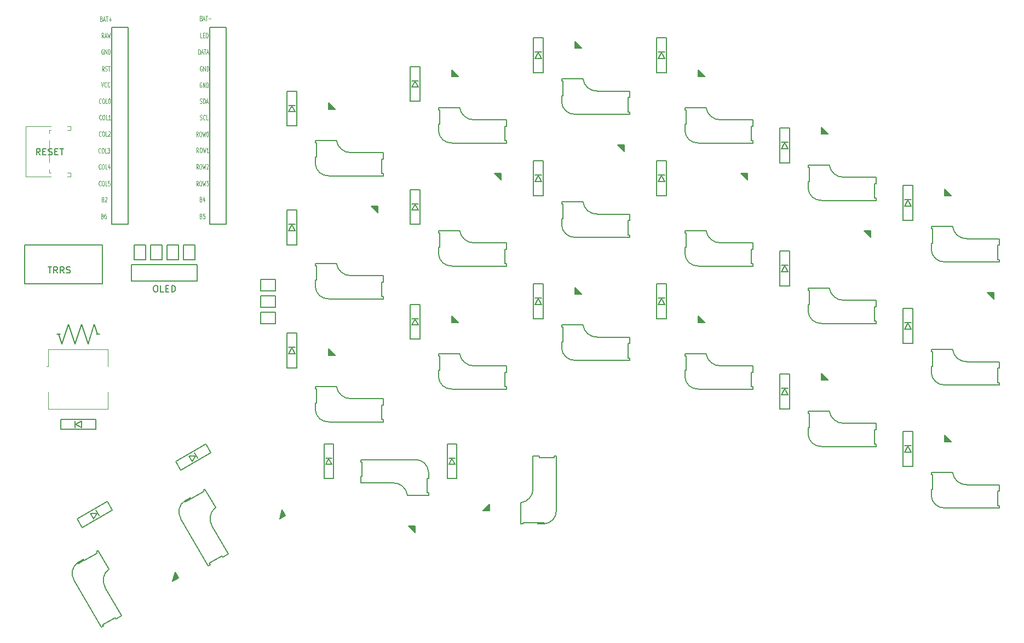
<source format=gto>
G04 #@! TF.GenerationSoftware,KiCad,Pcbnew,5.1.5+dfsg1-2build2*
G04 #@! TF.CreationDate,2020-12-13T18:08:21+09:00*
G04 #@! TF.ProjectId,silverbullet44,73696c76-6572-4627-956c-6c657434342e,rev?*
G04 #@! TF.SameCoordinates,Original*
G04 #@! TF.FileFunction,Legend,Top*
G04 #@! TF.FilePolarity,Positive*
%FSLAX46Y46*%
G04 Gerber Fmt 4.6, Leading zero omitted, Abs format (unit mm)*
G04 Created by KiCad (PCBNEW 5.1.5+dfsg1-2build2) date 2020-12-13 18:08:21*
%MOMM*%
%LPD*%
G04 APERTURE LIST*
%ADD10C,0.150000*%
%ADD11C,0.300000*%
%ADD12C,0.120000*%
%ADD13C,0.125000*%
G04 APERTURE END LIST*
D10*
X28575000Y-53975000D02*
X28575000Y-51435000D01*
X38735000Y-51435000D02*
X38735000Y-53975000D01*
X28575000Y-51435000D02*
X38735000Y-51435000D01*
X28575000Y-53975000D02*
X38735000Y-53975000D01*
X93880000Y-81125000D02*
X94230000Y-81125000D01*
X92330000Y-91625001D02*
G75*
G03X94230001Y-89525000I-100000J2000001D01*
G01*
X88751471Y-88341318D02*
G75*
G03X90630000Y-86125000I-291471J2151318D01*
G01*
X94230000Y-81125000D02*
X94230001Y-89525000D01*
X90630000Y-86125000D02*
X90630000Y-81125000D01*
X88730000Y-91625000D02*
X88730000Y-88345000D01*
X92330000Y-91625000D02*
X91330000Y-91625000D01*
X88730000Y-91625000D02*
X89090000Y-91625000D01*
X89090000Y-91425000D02*
X89090000Y-91625000D01*
X91330000Y-91395000D02*
X89090000Y-91395000D01*
X91330000Y-91625000D02*
X91330000Y-91425000D01*
X93880000Y-81325000D02*
X93880000Y-81125000D01*
X91630000Y-81345000D02*
X93880000Y-81345000D01*
X91630000Y-81125000D02*
X91630000Y-81325000D01*
X90630000Y-81125000D02*
X91630000Y-81125000D01*
D11*
X91430000Y-91524999D02*
X92329999Y-91525000D01*
D12*
X15829000Y-35645000D02*
X15829000Y-32245000D01*
X15829000Y-37285000D02*
X15829000Y-36745000D01*
X18659000Y-30085000D02*
X19169000Y-30085000D01*
X19169000Y-30605000D02*
X19169000Y-30085000D01*
X18659000Y-30605000D02*
X19169000Y-30605000D01*
X15829000Y-31145000D02*
X15829000Y-30605000D01*
X18659000Y-37805000D02*
X19169000Y-37805000D01*
X18659000Y-37285000D02*
X19169000Y-37285000D01*
X15829000Y-30605000D02*
X16059000Y-30605000D01*
X12159000Y-37805000D02*
X16059000Y-37805000D01*
X19169000Y-37805000D02*
X19169000Y-37285000D01*
X12159000Y-30085000D02*
X16059000Y-30085000D01*
X12159000Y-37805000D02*
X12159000Y-30085000D01*
X15829000Y-37285000D02*
X16059000Y-37285000D01*
D10*
G36*
X66675000Y-43434000D02*
G01*
X65659000Y-42418000D01*
X66675000Y-42418000D01*
X66675000Y-43434000D01*
G37*
X66675000Y-43434000D02*
X65659000Y-42418000D01*
X66675000Y-42418000D01*
X66675000Y-43434000D01*
G36*
X59055000Y-26416000D02*
G01*
X60071000Y-27432000D01*
X59055000Y-27432000D01*
X59055000Y-26416000D01*
G37*
X59055000Y-26416000D02*
X60071000Y-27432000D01*
X59055000Y-27432000D01*
X59055000Y-26416000D01*
G36*
X78105000Y-21336000D02*
G01*
X79121000Y-22352000D01*
X78105000Y-22352000D01*
X78105000Y-21336000D01*
G37*
X78105000Y-21336000D02*
X79121000Y-22352000D01*
X78105000Y-22352000D01*
X78105000Y-21336000D01*
G36*
X59055000Y-64516000D02*
G01*
X60071000Y-65532000D01*
X59055000Y-65532000D01*
X59055000Y-64516000D01*
G37*
X59055000Y-64516000D02*
X60071000Y-65532000D01*
X59055000Y-65532000D01*
X59055000Y-64516000D01*
G36*
X97155000Y-16891000D02*
G01*
X98171000Y-17907000D01*
X97155000Y-17907000D01*
X97155000Y-16891000D01*
G37*
X97155000Y-16891000D02*
X98171000Y-17907000D01*
X97155000Y-17907000D01*
X97155000Y-16891000D01*
G36*
X78105000Y-59436000D02*
G01*
X79121000Y-60452000D01*
X78105000Y-60452000D01*
X78105000Y-59436000D01*
G37*
X78105000Y-59436000D02*
X79121000Y-60452000D01*
X78105000Y-60452000D01*
X78105000Y-59436000D01*
G36*
X116205000Y-21336000D02*
G01*
X117221000Y-22352000D01*
X116205000Y-22352000D01*
X116205000Y-21336000D01*
G37*
X116205000Y-21336000D02*
X117221000Y-22352000D01*
X116205000Y-22352000D01*
X116205000Y-21336000D01*
G36*
X97155000Y-54991000D02*
G01*
X98171000Y-56007000D01*
X97155000Y-56007000D01*
X97155000Y-54991000D01*
G37*
X97155000Y-54991000D02*
X98171000Y-56007000D01*
X97155000Y-56007000D01*
X97155000Y-54991000D01*
G36*
X135255000Y-30226000D02*
G01*
X136271000Y-31242000D01*
X135255000Y-31242000D01*
X135255000Y-30226000D01*
G37*
X135255000Y-30226000D02*
X136271000Y-31242000D01*
X135255000Y-31242000D01*
X135255000Y-30226000D01*
G36*
X116205000Y-59436000D02*
G01*
X117221000Y-60452000D01*
X116205000Y-60452000D01*
X116205000Y-59436000D01*
G37*
X116205000Y-59436000D02*
X117221000Y-60452000D01*
X116205000Y-60452000D01*
X116205000Y-59436000D01*
G36*
X154305000Y-39751000D02*
G01*
X155321000Y-40767000D01*
X154305000Y-40767000D01*
X154305000Y-39751000D01*
G37*
X154305000Y-39751000D02*
X155321000Y-40767000D01*
X154305000Y-40767000D01*
X154305000Y-39751000D01*
G36*
X135255000Y-68326000D02*
G01*
X136271000Y-69342000D01*
X135255000Y-69342000D01*
X135255000Y-68326000D01*
G37*
X135255000Y-68326000D02*
X136271000Y-69342000D01*
X135255000Y-69342000D01*
X135255000Y-68326000D01*
G36*
X161925000Y-56769000D02*
G01*
X160909000Y-55753000D01*
X161925000Y-55753000D01*
X161925000Y-56769000D01*
G37*
X161925000Y-56769000D02*
X160909000Y-55753000D01*
X161925000Y-55753000D01*
X161925000Y-56769000D01*
G36*
X154305000Y-77851000D02*
G01*
X155321000Y-78867000D01*
X154305000Y-78867000D01*
X154305000Y-77851000D01*
G37*
X154305000Y-77851000D02*
X155321000Y-78867000D01*
X154305000Y-78867000D01*
X154305000Y-77851000D01*
G36*
X142875000Y-47244000D02*
G01*
X141859000Y-46228000D01*
X142875000Y-46228000D01*
X142875000Y-47244000D01*
G37*
X142875000Y-47244000D02*
X141859000Y-46228000D01*
X142875000Y-46228000D01*
X142875000Y-47244000D01*
G36*
X82931000Y-89535000D02*
G01*
X83947000Y-88519000D01*
X83947000Y-89535000D01*
X82931000Y-89535000D01*
G37*
X82931000Y-89535000D02*
X83947000Y-88519000D01*
X83947000Y-89535000D01*
X82931000Y-89535000D01*
G36*
X123825000Y-38354000D02*
G01*
X122809000Y-37338000D01*
X123825000Y-37338000D01*
X123825000Y-38354000D01*
G37*
X123825000Y-38354000D02*
X122809000Y-37338000D01*
X123825000Y-37338000D01*
X123825000Y-38354000D01*
G36*
X72390000Y-92964000D02*
G01*
X71374000Y-91948000D01*
X72390000Y-91948000D01*
X72390000Y-92964000D01*
G37*
X72390000Y-92964000D02*
X71374000Y-91948000D01*
X72390000Y-91948000D01*
X72390000Y-92964000D01*
G36*
X104775000Y-33909000D02*
G01*
X103759000Y-32893000D01*
X104775000Y-32893000D01*
X104775000Y-33909000D01*
G37*
X104775000Y-33909000D02*
X103759000Y-32893000D01*
X104775000Y-32893000D01*
X104775000Y-33909000D01*
G36*
X51460382Y-90802457D02*
G01*
X51832264Y-89414575D01*
X52340264Y-90294457D01*
X51460382Y-90802457D01*
G37*
X51460382Y-90802457D02*
X51832264Y-89414575D01*
X52340264Y-90294457D01*
X51460382Y-90802457D01*
G36*
X85725000Y-38354000D02*
G01*
X84709000Y-37338000D01*
X85725000Y-37338000D01*
X85725000Y-38354000D01*
G37*
X85725000Y-38354000D02*
X84709000Y-37338000D01*
X85725000Y-37338000D01*
X85725000Y-38354000D01*
G36*
X34915882Y-100454557D02*
G01*
X35287764Y-99066675D01*
X35795764Y-99946557D01*
X34915882Y-100454557D01*
G37*
X34915882Y-100454557D02*
X35287764Y-99066675D01*
X35795764Y-99946557D01*
X34915882Y-100454557D01*
X24192341Y-107438717D02*
X23889232Y-107613717D01*
X20284680Y-97570449D02*
G75*
G03X19689231Y-100339104I1086603J-1682052D01*
G01*
X25025619Y-98624938D02*
G75*
G03X24506924Y-101483590I1328080J-1717360D01*
G01*
X23889232Y-107613717D02*
X19689231Y-100339104D01*
X24506924Y-101483590D02*
X27006924Y-105813717D01*
X23402372Y-95770450D02*
X25042372Y-98611013D01*
X20284681Y-97570450D02*
X21150706Y-97070450D01*
X23402372Y-95770450D02*
X23090603Y-95950450D01*
X23190603Y-96123655D02*
X23090603Y-95950450D01*
X21265706Y-97269636D02*
X23205603Y-96149636D01*
X21150706Y-97070450D02*
X21250706Y-97243655D01*
X24092341Y-107265512D02*
X24192341Y-107438717D01*
X26030898Y-106123191D02*
X24082341Y-107248191D01*
X26140898Y-106313717D02*
X26040898Y-106140512D01*
X27006924Y-105813717D02*
X26140898Y-106313717D01*
D11*
X21114104Y-97207054D02*
X20334681Y-97657052D01*
D10*
X40702341Y-97913717D02*
X40399232Y-98088717D01*
X36794680Y-88045449D02*
G75*
G03X36199231Y-90814104I1086603J-1682052D01*
G01*
X41535619Y-89099938D02*
G75*
G03X41016924Y-91958590I1328080J-1717360D01*
G01*
X40399232Y-98088717D02*
X36199231Y-90814104D01*
X41016924Y-91958590D02*
X43516924Y-96288717D01*
X39912372Y-86245450D02*
X41552372Y-89086013D01*
X36794681Y-88045450D02*
X37660706Y-87545450D01*
X39912372Y-86245450D02*
X39600603Y-86425450D01*
X39700603Y-86598655D02*
X39600603Y-86425450D01*
X37775706Y-87744636D02*
X39715603Y-86624636D01*
X37660706Y-87545450D02*
X37760706Y-87718655D01*
X40602341Y-97740512D02*
X40702341Y-97913717D01*
X42540898Y-96598191D02*
X40592341Y-97723191D01*
X42650898Y-96788717D02*
X42550898Y-96615512D01*
X43516924Y-96288717D02*
X42650898Y-96788717D01*
D11*
X37624104Y-87682054D02*
X36844681Y-88132052D01*
D10*
X67465000Y-34115000D02*
X67465000Y-35115000D01*
X67465000Y-35115000D02*
X67265000Y-35115000D01*
X67245000Y-35115000D02*
X67245000Y-37365000D01*
X67265000Y-37365000D02*
X67465000Y-37365000D01*
X56965000Y-34815000D02*
X57165000Y-34815000D01*
X57195000Y-34815000D02*
X57195000Y-32575000D01*
X57165000Y-32575000D02*
X56965000Y-32575000D01*
X56965000Y-32215000D02*
X56965000Y-32575000D01*
X56965000Y-35815000D02*
X56965000Y-34815000D01*
X56965000Y-32215000D02*
X60245000Y-32215000D01*
X62465000Y-34115000D02*
X67465000Y-34115000D01*
X67465000Y-37715000D02*
X59065000Y-37715001D01*
X60248682Y-32236471D02*
G75*
G03X62465000Y-34115000I2151318J291471D01*
G01*
X56964999Y-35815000D02*
G75*
G03X59065000Y-37715001I2000001J100000D01*
G01*
X67465000Y-37365000D02*
X67465000Y-37715000D01*
X86515000Y-29035000D02*
X86515000Y-30035000D01*
X86515000Y-30035000D02*
X86315000Y-30035000D01*
X86295000Y-30035000D02*
X86295000Y-32285000D01*
X86315000Y-32285000D02*
X86515000Y-32285000D01*
X76015000Y-29735000D02*
X76215000Y-29735000D01*
X76245000Y-29735000D02*
X76245000Y-27495000D01*
X76215000Y-27495000D02*
X76015000Y-27495000D01*
X76015000Y-27135000D02*
X76015000Y-27495000D01*
X76015000Y-30735000D02*
X76015000Y-29735000D01*
X76015000Y-27135000D02*
X79295000Y-27135000D01*
X81515000Y-29035000D02*
X86515000Y-29035000D01*
X86515000Y-32635000D02*
X78115000Y-32635001D01*
X79298682Y-27156471D02*
G75*
G03X81515000Y-29035000I2151318J291471D01*
G01*
X76014999Y-30735000D02*
G75*
G03X78115000Y-32635001I2000001J100000D01*
G01*
X86515000Y-32285000D02*
X86515000Y-32635000D01*
X105565000Y-24590000D02*
X105565000Y-25590000D01*
X105565000Y-25590000D02*
X105365000Y-25590000D01*
X105345000Y-25590000D02*
X105345000Y-27840000D01*
X105365000Y-27840000D02*
X105565000Y-27840000D01*
X95065000Y-25290000D02*
X95265000Y-25290000D01*
X95295000Y-25290000D02*
X95295000Y-23050000D01*
X95265000Y-23050000D02*
X95065000Y-23050000D01*
X95065000Y-22690000D02*
X95065000Y-23050000D01*
X95065000Y-26290000D02*
X95065000Y-25290000D01*
X95065000Y-22690000D02*
X98345000Y-22690000D01*
X100565000Y-24590000D02*
X105565000Y-24590000D01*
X105565000Y-28190000D02*
X97165000Y-28190001D01*
X98348682Y-22711471D02*
G75*
G03X100565000Y-24590000I2151318J291471D01*
G01*
X95064999Y-26290000D02*
G75*
G03X97165000Y-28190001I2000001J100000D01*
G01*
X105565000Y-27840000D02*
X105565000Y-28190000D01*
X124615000Y-29035000D02*
X124615000Y-30035000D01*
X124615000Y-30035000D02*
X124415000Y-30035000D01*
X124395000Y-30035000D02*
X124395000Y-32285000D01*
X124415000Y-32285000D02*
X124615000Y-32285000D01*
X114115000Y-29735000D02*
X114315000Y-29735000D01*
X114345000Y-29735000D02*
X114345000Y-27495000D01*
X114315000Y-27495000D02*
X114115000Y-27495000D01*
X114115000Y-27135000D02*
X114115000Y-27495000D01*
X114115000Y-30735000D02*
X114115000Y-29735000D01*
X114115000Y-27135000D02*
X117395000Y-27135000D01*
X119615000Y-29035000D02*
X124615000Y-29035000D01*
X124615000Y-32635000D02*
X116215000Y-32635001D01*
X117398682Y-27156471D02*
G75*
G03X119615000Y-29035000I2151318J291471D01*
G01*
X114114999Y-30735000D02*
G75*
G03X116215000Y-32635001I2000001J100000D01*
G01*
X124615000Y-32285000D02*
X124615000Y-32635000D01*
X143665000Y-37925000D02*
X143665000Y-38925000D01*
X143665000Y-38925000D02*
X143465000Y-38925000D01*
X143445000Y-38925000D02*
X143445000Y-41175000D01*
X143465000Y-41175000D02*
X143665000Y-41175000D01*
X133165000Y-38625000D02*
X133365000Y-38625000D01*
X133395000Y-38625000D02*
X133395000Y-36385000D01*
X133365000Y-36385000D02*
X133165000Y-36385000D01*
X133165000Y-36025000D02*
X133165000Y-36385000D01*
X133165000Y-39625000D02*
X133165000Y-38625000D01*
X133165000Y-36025000D02*
X136445000Y-36025000D01*
X138665000Y-37925000D02*
X143665000Y-37925000D01*
X143665000Y-41525000D02*
X135265000Y-41525001D01*
X136448682Y-36046471D02*
G75*
G03X138665000Y-37925000I2151318J291471D01*
G01*
X133164999Y-39625000D02*
G75*
G03X135265000Y-41525001I2000001J100000D01*
G01*
X143665000Y-41175000D02*
X143665000Y-41525000D01*
X162715000Y-47450000D02*
X162715000Y-48450000D01*
X162715000Y-48450000D02*
X162515000Y-48450000D01*
X162495000Y-48450000D02*
X162495000Y-50700000D01*
X162515000Y-50700000D02*
X162715000Y-50700000D01*
X152215000Y-48150000D02*
X152415000Y-48150000D01*
X152445000Y-48150000D02*
X152445000Y-45910000D01*
X152415000Y-45910000D02*
X152215000Y-45910000D01*
X152215000Y-45550000D02*
X152215000Y-45910000D01*
X152215000Y-49150000D02*
X152215000Y-48150000D01*
X152215000Y-45550000D02*
X155495000Y-45550000D01*
X157715000Y-47450000D02*
X162715000Y-47450000D01*
X162715000Y-51050000D02*
X154315000Y-51050001D01*
X155498682Y-45571471D02*
G75*
G03X157715000Y-47450000I2151318J291471D01*
G01*
X152214999Y-49150000D02*
G75*
G03X154315000Y-51050001I2000001J100000D01*
G01*
X162715000Y-50700000D02*
X162715000Y-51050000D01*
X67465000Y-53165000D02*
X67465000Y-54165000D01*
X67465000Y-54165000D02*
X67265000Y-54165000D01*
X67245000Y-54165000D02*
X67245000Y-56415000D01*
X67265000Y-56415000D02*
X67465000Y-56415000D01*
X56965000Y-53865000D02*
X57165000Y-53865000D01*
X57195000Y-53865000D02*
X57195000Y-51625000D01*
X57165000Y-51625000D02*
X56965000Y-51625000D01*
X56965000Y-51265000D02*
X56965000Y-51625000D01*
X56965000Y-54865000D02*
X56965000Y-53865000D01*
X56965000Y-51265000D02*
X60245000Y-51265000D01*
X62465000Y-53165000D02*
X67465000Y-53165000D01*
X67465000Y-56765000D02*
X59065000Y-56765001D01*
X60248682Y-51286471D02*
G75*
G03X62465000Y-53165000I2151318J291471D01*
G01*
X56964999Y-54865000D02*
G75*
G03X59065000Y-56765001I2000001J100000D01*
G01*
X67465000Y-56415000D02*
X67465000Y-56765000D01*
X86515000Y-48085000D02*
X86515000Y-49085000D01*
X86515000Y-49085000D02*
X86315000Y-49085000D01*
X86295000Y-49085000D02*
X86295000Y-51335000D01*
X86315000Y-51335000D02*
X86515000Y-51335000D01*
X76015000Y-48785000D02*
X76215000Y-48785000D01*
X76245000Y-48785000D02*
X76245000Y-46545000D01*
X76215000Y-46545000D02*
X76015000Y-46545000D01*
X76015000Y-46185000D02*
X76015000Y-46545000D01*
X76015000Y-49785000D02*
X76015000Y-48785000D01*
X76015000Y-46185000D02*
X79295000Y-46185000D01*
X81515000Y-48085000D02*
X86515000Y-48085000D01*
X86515000Y-51685000D02*
X78115000Y-51685001D01*
X79298682Y-46206471D02*
G75*
G03X81515000Y-48085000I2151318J291471D01*
G01*
X76014999Y-49785000D02*
G75*
G03X78115000Y-51685001I2000001J100000D01*
G01*
X86515000Y-51335000D02*
X86515000Y-51685000D01*
X105565000Y-43640000D02*
X105565000Y-44640000D01*
X105565000Y-44640000D02*
X105365000Y-44640000D01*
X105345000Y-44640000D02*
X105345000Y-46890000D01*
X105365000Y-46890000D02*
X105565000Y-46890000D01*
X95065000Y-44340000D02*
X95265000Y-44340000D01*
X95295000Y-44340000D02*
X95295000Y-42100000D01*
X95265000Y-42100000D02*
X95065000Y-42100000D01*
X95065000Y-41740000D02*
X95065000Y-42100000D01*
X95065000Y-45340000D02*
X95065000Y-44340000D01*
X95065000Y-41740000D02*
X98345000Y-41740000D01*
X100565000Y-43640000D02*
X105565000Y-43640000D01*
X105565000Y-47240000D02*
X97165000Y-47240001D01*
X98348682Y-41761471D02*
G75*
G03X100565000Y-43640000I2151318J291471D01*
G01*
X95064999Y-45340000D02*
G75*
G03X97165000Y-47240001I2000001J100000D01*
G01*
X105565000Y-46890000D02*
X105565000Y-47240000D01*
X124615000Y-48085000D02*
X124615000Y-49085000D01*
X124615000Y-49085000D02*
X124415000Y-49085000D01*
X124395000Y-49085000D02*
X124395000Y-51335000D01*
X124415000Y-51335000D02*
X124615000Y-51335000D01*
X114115000Y-48785000D02*
X114315000Y-48785000D01*
X114345000Y-48785000D02*
X114345000Y-46545000D01*
X114315000Y-46545000D02*
X114115000Y-46545000D01*
X114115000Y-46185000D02*
X114115000Y-46545000D01*
X114115000Y-49785000D02*
X114115000Y-48785000D01*
X114115000Y-46185000D02*
X117395000Y-46185000D01*
X119615000Y-48085000D02*
X124615000Y-48085000D01*
X124615000Y-51685000D02*
X116215000Y-51685001D01*
X117398682Y-46206471D02*
G75*
G03X119615000Y-48085000I2151318J291471D01*
G01*
X114114999Y-49785000D02*
G75*
G03X116215000Y-51685001I2000001J100000D01*
G01*
X124615000Y-51335000D02*
X124615000Y-51685000D01*
X143665000Y-56975000D02*
X143665000Y-57975000D01*
X143665000Y-57975000D02*
X143465000Y-57975000D01*
X143445000Y-57975000D02*
X143445000Y-60225000D01*
X143465000Y-60225000D02*
X143665000Y-60225000D01*
X133165000Y-57675000D02*
X133365000Y-57675000D01*
X133395000Y-57675000D02*
X133395000Y-55435000D01*
X133365000Y-55435000D02*
X133165000Y-55435000D01*
X133165000Y-55075000D02*
X133165000Y-55435000D01*
X133165000Y-58675000D02*
X133165000Y-57675000D01*
X133165000Y-55075000D02*
X136445000Y-55075000D01*
X138665000Y-56975000D02*
X143665000Y-56975000D01*
X143665000Y-60575000D02*
X135265000Y-60575001D01*
X136448682Y-55096471D02*
G75*
G03X138665000Y-56975000I2151318J291471D01*
G01*
X133164999Y-58675000D02*
G75*
G03X135265000Y-60575001I2000001J100000D01*
G01*
X143665000Y-60225000D02*
X143665000Y-60575000D01*
X162715000Y-66500000D02*
X162715000Y-67500000D01*
X162715000Y-67500000D02*
X162515000Y-67500000D01*
X162495000Y-67500000D02*
X162495000Y-69750000D01*
X162515000Y-69750000D02*
X162715000Y-69750000D01*
X152215000Y-67200000D02*
X152415000Y-67200000D01*
X152445000Y-67200000D02*
X152445000Y-64960000D01*
X152415000Y-64960000D02*
X152215000Y-64960000D01*
X152215000Y-64600000D02*
X152215000Y-64960000D01*
X152215000Y-68200000D02*
X152215000Y-67200000D01*
X152215000Y-64600000D02*
X155495000Y-64600000D01*
X157715000Y-66500000D02*
X162715000Y-66500000D01*
X162715000Y-70100000D02*
X154315000Y-70100001D01*
X155498682Y-64621471D02*
G75*
G03X157715000Y-66500000I2151318J291471D01*
G01*
X152214999Y-68200000D02*
G75*
G03X154315000Y-70100001I2000001J100000D01*
G01*
X162715000Y-69750000D02*
X162715000Y-70100000D01*
X67465000Y-72215000D02*
X67465000Y-73215000D01*
X67465000Y-73215000D02*
X67265000Y-73215000D01*
X67245000Y-73215000D02*
X67245000Y-75465000D01*
X67265000Y-75465000D02*
X67465000Y-75465000D01*
X56965000Y-72915000D02*
X57165000Y-72915000D01*
X57195000Y-72915000D02*
X57195000Y-70675000D01*
X57165000Y-70675000D02*
X56965000Y-70675000D01*
X56965000Y-70315000D02*
X56965000Y-70675000D01*
X56965000Y-73915000D02*
X56965000Y-72915000D01*
X56965000Y-70315000D02*
X60245000Y-70315000D01*
X62465000Y-72215000D02*
X67465000Y-72215000D01*
X67465000Y-75815000D02*
X59065000Y-75815001D01*
X60248682Y-70336471D02*
G75*
G03X62465000Y-72215000I2151318J291471D01*
G01*
X56964999Y-73915000D02*
G75*
G03X59065000Y-75815001I2000001J100000D01*
G01*
X67465000Y-75465000D02*
X67465000Y-75815000D01*
X86515000Y-67135000D02*
X86515000Y-68135000D01*
X86515000Y-68135000D02*
X86315000Y-68135000D01*
X86295000Y-68135000D02*
X86295000Y-70385000D01*
X86315000Y-70385000D02*
X86515000Y-70385000D01*
X76015000Y-67835000D02*
X76215000Y-67835000D01*
X76245000Y-67835000D02*
X76245000Y-65595000D01*
X76215000Y-65595000D02*
X76015000Y-65595000D01*
X76015000Y-65235000D02*
X76015000Y-65595000D01*
X76015000Y-68835000D02*
X76015000Y-67835000D01*
X76015000Y-65235000D02*
X79295000Y-65235000D01*
X81515000Y-67135000D02*
X86515000Y-67135000D01*
X86515000Y-70735000D02*
X78115000Y-70735001D01*
X79298682Y-65256471D02*
G75*
G03X81515000Y-67135000I2151318J291471D01*
G01*
X76014999Y-68835000D02*
G75*
G03X78115000Y-70735001I2000001J100000D01*
G01*
X86515000Y-70385000D02*
X86515000Y-70735000D01*
X105565000Y-62690000D02*
X105565000Y-63690000D01*
X105565000Y-63690000D02*
X105365000Y-63690000D01*
X105345000Y-63690000D02*
X105345000Y-65940000D01*
X105365000Y-65940000D02*
X105565000Y-65940000D01*
X95065000Y-63390000D02*
X95265000Y-63390000D01*
X95295000Y-63390000D02*
X95295000Y-61150000D01*
X95265000Y-61150000D02*
X95065000Y-61150000D01*
X95065000Y-60790000D02*
X95065000Y-61150000D01*
X95065000Y-64390000D02*
X95065000Y-63390000D01*
X95065000Y-60790000D02*
X98345000Y-60790000D01*
X100565000Y-62690000D02*
X105565000Y-62690000D01*
X105565000Y-66290000D02*
X97165000Y-66290001D01*
X98348682Y-60811471D02*
G75*
G03X100565000Y-62690000I2151318J291471D01*
G01*
X95064999Y-64390000D02*
G75*
G03X97165000Y-66290001I2000001J100000D01*
G01*
X105565000Y-65940000D02*
X105565000Y-66290000D01*
X124615000Y-67135000D02*
X124615000Y-68135000D01*
X124615000Y-68135000D02*
X124415000Y-68135000D01*
X124395000Y-68135000D02*
X124395000Y-70385000D01*
X124415000Y-70385000D02*
X124615000Y-70385000D01*
X114115000Y-67835000D02*
X114315000Y-67835000D01*
X114345000Y-67835000D02*
X114345000Y-65595000D01*
X114315000Y-65595000D02*
X114115000Y-65595000D01*
X114115000Y-65235000D02*
X114115000Y-65595000D01*
X114115000Y-68835000D02*
X114115000Y-67835000D01*
X114115000Y-65235000D02*
X117395000Y-65235000D01*
X119615000Y-67135000D02*
X124615000Y-67135000D01*
X124615000Y-70735000D02*
X116215000Y-70735001D01*
X117398682Y-65256471D02*
G75*
G03X119615000Y-67135000I2151318J291471D01*
G01*
X114114999Y-68835000D02*
G75*
G03X116215000Y-70735001I2000001J100000D01*
G01*
X124615000Y-70385000D02*
X124615000Y-70735000D01*
X143665000Y-76025000D02*
X143665000Y-77025000D01*
X143665000Y-77025000D02*
X143465000Y-77025000D01*
X143445000Y-77025000D02*
X143445000Y-79275000D01*
X143465000Y-79275000D02*
X143665000Y-79275000D01*
X133165000Y-76725000D02*
X133365000Y-76725000D01*
X133395000Y-76725000D02*
X133395000Y-74485000D01*
X133365000Y-74485000D02*
X133165000Y-74485000D01*
X133165000Y-74125000D02*
X133165000Y-74485000D01*
X133165000Y-77725000D02*
X133165000Y-76725000D01*
X133165000Y-74125000D02*
X136445000Y-74125000D01*
X138665000Y-76025000D02*
X143665000Y-76025000D01*
X143665000Y-79625000D02*
X135265000Y-79625001D01*
X136448682Y-74146471D02*
G75*
G03X138665000Y-76025000I2151318J291471D01*
G01*
X133164999Y-77725000D02*
G75*
G03X135265000Y-79625001I2000001J100000D01*
G01*
X143665000Y-79275000D02*
X143665000Y-79625000D01*
X162715000Y-85550000D02*
X162715000Y-86550000D01*
X162715000Y-86550000D02*
X162515000Y-86550000D01*
X162495000Y-86550000D02*
X162495000Y-88800000D01*
X162515000Y-88800000D02*
X162715000Y-88800000D01*
X152215000Y-86250000D02*
X152415000Y-86250000D01*
X152445000Y-86250000D02*
X152445000Y-84010000D01*
X152415000Y-84010000D02*
X152215000Y-84010000D01*
X152215000Y-83650000D02*
X152215000Y-84010000D01*
X152215000Y-87250000D02*
X152215000Y-86250000D01*
X152215000Y-83650000D02*
X155495000Y-83650000D01*
X157715000Y-85550000D02*
X162715000Y-85550000D01*
X162715000Y-89150000D02*
X154315000Y-89150001D01*
X155498682Y-83671471D02*
G75*
G03X157715000Y-85550000I2151318J291471D01*
G01*
X152214999Y-87250000D02*
G75*
G03X154315000Y-89150001I2000001J100000D01*
G01*
X162715000Y-88800000D02*
X162715000Y-89150000D01*
X63980000Y-85265000D02*
X63980000Y-84265000D01*
X63980000Y-84265000D02*
X64180000Y-84265000D01*
X64200000Y-84265000D02*
X64200000Y-82015000D01*
X64180000Y-82015000D02*
X63980000Y-82015000D01*
X74480000Y-84565000D02*
X74280000Y-84565000D01*
X74250000Y-84565000D02*
X74250000Y-86805000D01*
X74280000Y-86805000D02*
X74480000Y-86805000D01*
X74480000Y-87165000D02*
X74480000Y-86805000D01*
X74480000Y-83565000D02*
X74480000Y-84565000D01*
X74480000Y-87165000D02*
X71200000Y-87165000D01*
X68980000Y-85265000D02*
X63980000Y-85265000D01*
X63980000Y-81665000D02*
X72380000Y-81664999D01*
X71196318Y-87143529D02*
G75*
G03X68980000Y-85265000I-2151318J-291471D01*
G01*
X74480001Y-83565000D02*
G75*
G03X72380000Y-81664999I-2000001J-100000D01*
G01*
X63980000Y-82015000D02*
X63980000Y-81665000D01*
X17320000Y-62230000D02*
X17820000Y-63730000D01*
X22820000Y-60730000D02*
X23320000Y-62230000D01*
X18820000Y-60730000D02*
X17820000Y-63730000D01*
X18820000Y-60730000D02*
X19820000Y-63730000D01*
X20820000Y-60730000D02*
X21820000Y-63730000D01*
X20820000Y-60730000D02*
X19820000Y-63730000D01*
X17526000Y-62230000D02*
X17018000Y-62230000D01*
X23622000Y-62230000D02*
X23114000Y-62230000D01*
X22820000Y-60730000D02*
X21820000Y-63730000D01*
X50807600Y-53721000D02*
X50807600Y-55499000D01*
X48521600Y-53721000D02*
X50807600Y-53721000D01*
X48521600Y-55499000D02*
X48521600Y-53721000D01*
X50807600Y-55499000D02*
X48521600Y-55499000D01*
X50807600Y-60579000D02*
X48521600Y-60579000D01*
X48521600Y-60579000D02*
X48521600Y-58801000D01*
X48521600Y-58801000D02*
X50807600Y-58801000D01*
X50807600Y-58801000D02*
X50807600Y-60579000D01*
X50807600Y-58039000D02*
X48521600Y-58039000D01*
X48521600Y-58039000D02*
X48521600Y-56261000D01*
X48521600Y-56261000D02*
X50807600Y-56261000D01*
X50807600Y-56261000D02*
X50807600Y-58039000D01*
D12*
X15710000Y-67255000D02*
X15710000Y-64605000D01*
X15710000Y-64605000D02*
X24930000Y-64605000D01*
X24930000Y-64605000D02*
X24930000Y-67255000D01*
X24930000Y-71175000D02*
X24930000Y-73825000D01*
X24930000Y-73825000D02*
X15710000Y-73825000D01*
X15710000Y-73825000D02*
X15710000Y-71175000D01*
X15710000Y-67255000D02*
X15380000Y-67255000D01*
D10*
X52590000Y-24605000D02*
X52590000Y-30005000D01*
X54090000Y-30005000D02*
X54090000Y-24605000D01*
X54090000Y-24605000D02*
X52590000Y-24605000D01*
X54090000Y-30005000D02*
X52590000Y-30005000D01*
X53840000Y-27805000D02*
X52840000Y-27805000D01*
X52840000Y-27805000D02*
X53340000Y-26905000D01*
X53340000Y-26905000D02*
X53840000Y-27805000D01*
X53840000Y-26805000D02*
X52840000Y-26805000D01*
X71640000Y-20795000D02*
X71640000Y-26195000D01*
X73140000Y-26195000D02*
X73140000Y-20795000D01*
X73140000Y-20795000D02*
X71640000Y-20795000D01*
X73140000Y-26195000D02*
X71640000Y-26195000D01*
X72890000Y-23995000D02*
X71890000Y-23995000D01*
X71890000Y-23995000D02*
X72390000Y-23095000D01*
X72390000Y-23095000D02*
X72890000Y-23995000D01*
X72890000Y-22995000D02*
X71890000Y-22995000D01*
X90690000Y-16350000D02*
X90690000Y-21750000D01*
X92190000Y-21750000D02*
X92190000Y-16350000D01*
X92190000Y-16350000D02*
X90690000Y-16350000D01*
X92190000Y-21750000D02*
X90690000Y-21750000D01*
X91940000Y-19550000D02*
X90940000Y-19550000D01*
X90940000Y-19550000D02*
X91440000Y-18650000D01*
X91440000Y-18650000D02*
X91940000Y-19550000D01*
X91940000Y-18550000D02*
X90940000Y-18550000D01*
X110990000Y-18550000D02*
X109990000Y-18550000D01*
X110490000Y-18650000D02*
X110990000Y-19550000D01*
X109990000Y-19550000D02*
X110490000Y-18650000D01*
X110990000Y-19550000D02*
X109990000Y-19550000D01*
X111240000Y-21750000D02*
X109740000Y-21750000D01*
X111240000Y-16350000D02*
X109740000Y-16350000D01*
X111240000Y-21750000D02*
X111240000Y-16350000D01*
X109740000Y-16350000D02*
X109740000Y-21750000D01*
X130040000Y-32520000D02*
X129040000Y-32520000D01*
X129540000Y-32620000D02*
X130040000Y-33520000D01*
X129040000Y-33520000D02*
X129540000Y-32620000D01*
X130040000Y-33520000D02*
X129040000Y-33520000D01*
X130290000Y-35720000D02*
X128790000Y-35720000D01*
X130290000Y-30320000D02*
X128790000Y-30320000D01*
X130290000Y-35720000D02*
X130290000Y-30320000D01*
X128790000Y-30320000D02*
X128790000Y-35720000D01*
X147840000Y-39210000D02*
X147840000Y-44610000D01*
X149340000Y-44610000D02*
X149340000Y-39210000D01*
X149340000Y-39210000D02*
X147840000Y-39210000D01*
X149340000Y-44610000D02*
X147840000Y-44610000D01*
X149090000Y-42410000D02*
X148090000Y-42410000D01*
X148090000Y-42410000D02*
X148590000Y-41510000D01*
X148590000Y-41510000D02*
X149090000Y-42410000D01*
X149090000Y-41410000D02*
X148090000Y-41410000D01*
X52590000Y-43020000D02*
X52590000Y-48420000D01*
X54090000Y-48420000D02*
X54090000Y-43020000D01*
X54090000Y-43020000D02*
X52590000Y-43020000D01*
X54090000Y-48420000D02*
X52590000Y-48420000D01*
X53840000Y-46220000D02*
X52840000Y-46220000D01*
X52840000Y-46220000D02*
X53340000Y-45320000D01*
X53340000Y-45320000D02*
X53840000Y-46220000D01*
X53840000Y-45220000D02*
X52840000Y-45220000D01*
X71640000Y-39845000D02*
X71640000Y-45245000D01*
X73140000Y-45245000D02*
X73140000Y-39845000D01*
X73140000Y-39845000D02*
X71640000Y-39845000D01*
X73140000Y-45245000D02*
X71640000Y-45245000D01*
X72890000Y-43045000D02*
X71890000Y-43045000D01*
X71890000Y-43045000D02*
X72390000Y-42145000D01*
X72390000Y-42145000D02*
X72890000Y-43045000D01*
X72890000Y-42045000D02*
X71890000Y-42045000D01*
X90690000Y-35400000D02*
X90690000Y-40800000D01*
X92190000Y-40800000D02*
X92190000Y-35400000D01*
X92190000Y-35400000D02*
X90690000Y-35400000D01*
X92190000Y-40800000D02*
X90690000Y-40800000D01*
X91940000Y-38600000D02*
X90940000Y-38600000D01*
X90940000Y-38600000D02*
X91440000Y-37700000D01*
X91440000Y-37700000D02*
X91940000Y-38600000D01*
X91940000Y-37600000D02*
X90940000Y-37600000D01*
X110990000Y-37600000D02*
X109990000Y-37600000D01*
X110490000Y-37700000D02*
X110990000Y-38600000D01*
X109990000Y-38600000D02*
X110490000Y-37700000D01*
X110990000Y-38600000D02*
X109990000Y-38600000D01*
X111240000Y-40800000D02*
X109740000Y-40800000D01*
X111240000Y-35400000D02*
X109740000Y-35400000D01*
X111240000Y-40800000D02*
X111240000Y-35400000D01*
X109740000Y-35400000D02*
X109740000Y-40800000D01*
X130040000Y-51570000D02*
X129040000Y-51570000D01*
X129540000Y-51670000D02*
X130040000Y-52570000D01*
X129040000Y-52570000D02*
X129540000Y-51670000D01*
X130040000Y-52570000D02*
X129040000Y-52570000D01*
X130290000Y-54770000D02*
X128790000Y-54770000D01*
X130290000Y-49370000D02*
X128790000Y-49370000D01*
X130290000Y-54770000D02*
X130290000Y-49370000D01*
X128790000Y-49370000D02*
X128790000Y-54770000D01*
X149090000Y-60460000D02*
X148090000Y-60460000D01*
X148590000Y-60560000D02*
X149090000Y-61460000D01*
X148090000Y-61460000D02*
X148590000Y-60560000D01*
X149090000Y-61460000D02*
X148090000Y-61460000D01*
X149340000Y-63660000D02*
X147840000Y-63660000D01*
X149340000Y-58260000D02*
X147840000Y-58260000D01*
X149340000Y-63660000D02*
X149340000Y-58260000D01*
X147840000Y-58260000D02*
X147840000Y-63660000D01*
X52590000Y-62070000D02*
X52590000Y-67470000D01*
X54090000Y-67470000D02*
X54090000Y-62070000D01*
X54090000Y-62070000D02*
X52590000Y-62070000D01*
X54090000Y-67470000D02*
X52590000Y-67470000D01*
X53840000Y-65270000D02*
X52840000Y-65270000D01*
X52840000Y-65270000D02*
X53340000Y-64370000D01*
X53340000Y-64370000D02*
X53840000Y-65270000D01*
X53840000Y-64270000D02*
X52840000Y-64270000D01*
X71640000Y-57625000D02*
X71640000Y-63025000D01*
X73140000Y-63025000D02*
X73140000Y-57625000D01*
X73140000Y-57625000D02*
X71640000Y-57625000D01*
X73140000Y-63025000D02*
X71640000Y-63025000D01*
X72890000Y-60825000D02*
X71890000Y-60825000D01*
X71890000Y-60825000D02*
X72390000Y-59925000D01*
X72390000Y-59925000D02*
X72890000Y-60825000D01*
X72890000Y-59825000D02*
X71890000Y-59825000D01*
X90690000Y-54450000D02*
X90690000Y-59850000D01*
X92190000Y-59850000D02*
X92190000Y-54450000D01*
X92190000Y-54450000D02*
X90690000Y-54450000D01*
X92190000Y-59850000D02*
X90690000Y-59850000D01*
X91940000Y-57650000D02*
X90940000Y-57650000D01*
X90940000Y-57650000D02*
X91440000Y-56750000D01*
X91440000Y-56750000D02*
X91940000Y-57650000D01*
X91940000Y-56650000D02*
X90940000Y-56650000D01*
X110990000Y-56650000D02*
X109990000Y-56650000D01*
X110490000Y-56750000D02*
X110990000Y-57650000D01*
X109990000Y-57650000D02*
X110490000Y-56750000D01*
X110990000Y-57650000D02*
X109990000Y-57650000D01*
X111240000Y-59850000D02*
X109740000Y-59850000D01*
X111240000Y-54450000D02*
X109740000Y-54450000D01*
X111240000Y-59850000D02*
X111240000Y-54450000D01*
X109740000Y-54450000D02*
X109740000Y-59850000D01*
X130040000Y-70620000D02*
X129040000Y-70620000D01*
X129540000Y-70720000D02*
X130040000Y-71620000D01*
X129040000Y-71620000D02*
X129540000Y-70720000D01*
X130040000Y-71620000D02*
X129040000Y-71620000D01*
X130290000Y-73820000D02*
X128790000Y-73820000D01*
X130290000Y-68420000D02*
X128790000Y-68420000D01*
X130290000Y-73820000D02*
X130290000Y-68420000D01*
X128790000Y-68420000D02*
X128790000Y-73820000D01*
X149090000Y-79510000D02*
X148090000Y-79510000D01*
X148590000Y-79610000D02*
X149090000Y-80510000D01*
X148090000Y-80510000D02*
X148590000Y-79610000D01*
X149090000Y-80510000D02*
X148090000Y-80510000D01*
X149340000Y-82710000D02*
X147840000Y-82710000D01*
X149340000Y-77310000D02*
X147840000Y-77310000D01*
X149340000Y-82710000D02*
X149340000Y-77310000D01*
X147840000Y-77310000D02*
X147840000Y-82710000D01*
X24823269Y-88170481D02*
X20146731Y-90870481D01*
X20896731Y-92169519D02*
X25573269Y-89469519D01*
X25573269Y-89469519D02*
X24823269Y-88170481D01*
X20896731Y-92169519D02*
X20146731Y-90870481D01*
X22676987Y-90853013D02*
X22176987Y-89986987D01*
X22176987Y-89986987D02*
X23206410Y-89970000D01*
X23206410Y-89970000D02*
X22676987Y-90853013D01*
X23543013Y-90353013D02*
X23043013Y-89486987D01*
X40063269Y-79280481D02*
X35386731Y-81980481D01*
X36136731Y-83279519D02*
X40813269Y-80579519D01*
X40813269Y-80579519D02*
X40063269Y-79280481D01*
X36136731Y-83279519D02*
X35386731Y-81980481D01*
X37916987Y-81963013D02*
X37416987Y-81096987D01*
X37416987Y-81096987D02*
X38446410Y-81080000D01*
X38446410Y-81080000D02*
X37916987Y-81963013D01*
X38783013Y-81463013D02*
X38283013Y-80596987D01*
X59555000Y-81415000D02*
X58555000Y-81415000D01*
X59055000Y-81515000D02*
X59555000Y-82415000D01*
X58555000Y-82415000D02*
X59055000Y-81515000D01*
X59555000Y-82415000D02*
X58555000Y-82415000D01*
X59805000Y-84615000D02*
X58305000Y-84615000D01*
X59805000Y-79215000D02*
X58305000Y-79215000D01*
X59805000Y-84615000D02*
X59805000Y-79215000D01*
X58305000Y-79215000D02*
X58305000Y-84615000D01*
X78605000Y-81415000D02*
X77605000Y-81415000D01*
X78105000Y-81515000D02*
X78605000Y-82415000D01*
X77605000Y-82415000D02*
X78105000Y-81515000D01*
X78605000Y-82415000D02*
X77605000Y-82415000D01*
X78855000Y-84615000D02*
X77355000Y-84615000D01*
X78855000Y-79215000D02*
X77355000Y-79215000D01*
X78855000Y-84615000D02*
X78855000Y-79215000D01*
X77355000Y-79215000D02*
X77355000Y-84615000D01*
X19820000Y-75700000D02*
X19820000Y-76700000D01*
X19920000Y-76200000D02*
X20820000Y-75700000D01*
X20820000Y-76700000D02*
X19920000Y-76200000D01*
X20820000Y-75700000D02*
X20820000Y-76700000D01*
X23020000Y-75450000D02*
X23020000Y-76950000D01*
X17620000Y-75450000D02*
X17620000Y-76950000D01*
X23020000Y-75450000D02*
X17620000Y-75450000D01*
X17620000Y-76950000D02*
X23020000Y-76950000D01*
X24065000Y-54435000D02*
X12065000Y-54435000D01*
X24065000Y-48435000D02*
X24065000Y-54435000D01*
X12065000Y-48435000D02*
X24065000Y-48435000D01*
X12065000Y-54435000D02*
X12065000Y-48435000D01*
X25456400Y-14732000D02*
X27996400Y-14732000D01*
X27996400Y-14732000D02*
X27996400Y-45212000D01*
X27996400Y-45212000D02*
X25456400Y-45212000D01*
X25456400Y-45212000D02*
X25456400Y-14732000D01*
X40676400Y-14732000D02*
X43216400Y-14732000D01*
X43216400Y-14732000D02*
X43216400Y-45212000D01*
X43216400Y-45212000D02*
X40676400Y-45212000D01*
X40676400Y-45212000D02*
X40676400Y-14732000D01*
X38354000Y-50673000D02*
X36576000Y-50673000D01*
X38354000Y-48387000D02*
X38354000Y-50673000D01*
X36576000Y-48387000D02*
X38354000Y-48387000D01*
X36576000Y-50673000D02*
X36576000Y-48387000D01*
X34036000Y-50673000D02*
X34036000Y-48387000D01*
X34036000Y-48387000D02*
X35814000Y-48387000D01*
X35814000Y-48387000D02*
X35814000Y-50673000D01*
X35814000Y-50673000D02*
X34036000Y-50673000D01*
X31496000Y-50673000D02*
X31496000Y-48387000D01*
X31496000Y-48387000D02*
X33274000Y-48387000D01*
X33274000Y-48387000D02*
X33274000Y-50673000D01*
X33274000Y-50673000D02*
X31496000Y-50673000D01*
X30734000Y-50673000D02*
X28956000Y-50673000D01*
X30734000Y-48387000D02*
X30734000Y-50673000D01*
X28956000Y-48387000D02*
X30734000Y-48387000D01*
X28956000Y-50673000D02*
X28956000Y-48387000D01*
X32192619Y-54697380D02*
X32383095Y-54697380D01*
X32478333Y-54745000D01*
X32573571Y-54840238D01*
X32621190Y-55030714D01*
X32621190Y-55364047D01*
X32573571Y-55554523D01*
X32478333Y-55649761D01*
X32383095Y-55697380D01*
X32192619Y-55697380D01*
X32097380Y-55649761D01*
X32002142Y-55554523D01*
X31954523Y-55364047D01*
X31954523Y-55030714D01*
X32002142Y-54840238D01*
X32097380Y-54745000D01*
X32192619Y-54697380D01*
X33525952Y-55697380D02*
X33049761Y-55697380D01*
X33049761Y-54697380D01*
X33859285Y-55173571D02*
X34192619Y-55173571D01*
X34335476Y-55697380D02*
X33859285Y-55697380D01*
X33859285Y-54697380D01*
X34335476Y-54697380D01*
X34764047Y-55697380D02*
X34764047Y-54697380D01*
X35002142Y-54697380D01*
X35145000Y-54745000D01*
X35240238Y-54840238D01*
X35287857Y-54935476D01*
X35335476Y-55125952D01*
X35335476Y-55268809D01*
X35287857Y-55459285D01*
X35240238Y-55554523D01*
X35145000Y-55649761D01*
X35002142Y-55697380D01*
X34764047Y-55697380D01*
X14422619Y-34488380D02*
X14089285Y-34012190D01*
X13851190Y-34488380D02*
X13851190Y-33488380D01*
X14232142Y-33488380D01*
X14327380Y-33536000D01*
X14375000Y-33583619D01*
X14422619Y-33678857D01*
X14422619Y-33821714D01*
X14375000Y-33916952D01*
X14327380Y-33964571D01*
X14232142Y-34012190D01*
X13851190Y-34012190D01*
X14851190Y-33964571D02*
X15184523Y-33964571D01*
X15327380Y-34488380D02*
X14851190Y-34488380D01*
X14851190Y-33488380D01*
X15327380Y-33488380D01*
X15708333Y-34440761D02*
X15851190Y-34488380D01*
X16089285Y-34488380D01*
X16184523Y-34440761D01*
X16232142Y-34393142D01*
X16279761Y-34297904D01*
X16279761Y-34202666D01*
X16232142Y-34107428D01*
X16184523Y-34059809D01*
X16089285Y-34012190D01*
X15898809Y-33964571D01*
X15803571Y-33916952D01*
X15755952Y-33869333D01*
X15708333Y-33774095D01*
X15708333Y-33678857D01*
X15755952Y-33583619D01*
X15803571Y-33536000D01*
X15898809Y-33488380D01*
X16136904Y-33488380D01*
X16279761Y-33536000D01*
X16708333Y-33964571D02*
X17041666Y-33964571D01*
X17184523Y-34488380D02*
X16708333Y-34488380D01*
X16708333Y-33488380D01*
X17184523Y-33488380D01*
X17470238Y-33488380D02*
X18041666Y-33488380D01*
X17755952Y-34488380D02*
X17755952Y-33488380D01*
X15637095Y-51776380D02*
X16208523Y-51776380D01*
X15922809Y-52776380D02*
X15922809Y-51776380D01*
X17113285Y-52776380D02*
X16779952Y-52300190D01*
X16541857Y-52776380D02*
X16541857Y-51776380D01*
X16922809Y-51776380D01*
X17018047Y-51824000D01*
X17065666Y-51871619D01*
X17113285Y-51966857D01*
X17113285Y-52109714D01*
X17065666Y-52204952D01*
X17018047Y-52252571D01*
X16922809Y-52300190D01*
X16541857Y-52300190D01*
X18113285Y-52776380D02*
X17779952Y-52300190D01*
X17541857Y-52776380D02*
X17541857Y-51776380D01*
X17922809Y-51776380D01*
X18018047Y-51824000D01*
X18065666Y-51871619D01*
X18113285Y-51966857D01*
X18113285Y-52109714D01*
X18065666Y-52204952D01*
X18018047Y-52252571D01*
X17922809Y-52300190D01*
X17541857Y-52300190D01*
X18494238Y-52728761D02*
X18637095Y-52776380D01*
X18875190Y-52776380D01*
X18970428Y-52728761D01*
X19018047Y-52681142D01*
X19065666Y-52585904D01*
X19065666Y-52490666D01*
X19018047Y-52395428D01*
X18970428Y-52347809D01*
X18875190Y-52300190D01*
X18684714Y-52252571D01*
X18589476Y-52204952D01*
X18541857Y-52157333D01*
X18494238Y-52062095D01*
X18494238Y-51966857D01*
X18541857Y-51871619D01*
X18589476Y-51824000D01*
X18684714Y-51776380D01*
X18922809Y-51776380D01*
X19065666Y-51824000D01*
D13*
X23895928Y-13408428D02*
X23967357Y-13444142D01*
X23991166Y-13479857D01*
X24014976Y-13551285D01*
X24014976Y-13658428D01*
X23991166Y-13729857D01*
X23967357Y-13765571D01*
X23919738Y-13801285D01*
X23729261Y-13801285D01*
X23729261Y-13051285D01*
X23895928Y-13051285D01*
X23943547Y-13087000D01*
X23967357Y-13122714D01*
X23991166Y-13194142D01*
X23991166Y-13265571D01*
X23967357Y-13337000D01*
X23943547Y-13372714D01*
X23895928Y-13408428D01*
X23729261Y-13408428D01*
X24205452Y-13587000D02*
X24443547Y-13587000D01*
X24157833Y-13801285D02*
X24324500Y-13051285D01*
X24491166Y-13801285D01*
X24586404Y-13051285D02*
X24872119Y-13051285D01*
X24729261Y-13801285D02*
X24729261Y-13051285D01*
X25038785Y-13515571D02*
X25419738Y-13515571D01*
X25229261Y-13801285D02*
X25229261Y-13229857D01*
X24229261Y-16341285D02*
X24062595Y-15984142D01*
X23943547Y-16341285D02*
X23943547Y-15591285D01*
X24134023Y-15591285D01*
X24181642Y-15627000D01*
X24205452Y-15662714D01*
X24229261Y-15734142D01*
X24229261Y-15841285D01*
X24205452Y-15912714D01*
X24181642Y-15948428D01*
X24134023Y-15984142D01*
X23943547Y-15984142D01*
X24419738Y-16127000D02*
X24657833Y-16127000D01*
X24372119Y-16341285D02*
X24538785Y-15591285D01*
X24705452Y-16341285D01*
X24824500Y-15591285D02*
X24943547Y-16341285D01*
X25038785Y-15805571D01*
X25134023Y-16341285D01*
X25253071Y-15591285D01*
X39468571Y-16341285D02*
X39230476Y-16341285D01*
X39230476Y-15591285D01*
X39635238Y-15948428D02*
X39801904Y-15948428D01*
X39873333Y-16341285D02*
X39635238Y-16341285D01*
X39635238Y-15591285D01*
X39873333Y-15591285D01*
X40087619Y-16341285D02*
X40087619Y-15591285D01*
X40206666Y-15591285D01*
X40278095Y-15627000D01*
X40325714Y-15698428D01*
X40349523Y-15769857D01*
X40373333Y-15912714D01*
X40373333Y-16019857D01*
X40349523Y-16162714D01*
X40325714Y-16234142D01*
X40278095Y-16305571D01*
X40206666Y-16341285D01*
X40087619Y-16341285D01*
X24193547Y-18167000D02*
X24145928Y-18131285D01*
X24074500Y-18131285D01*
X24003071Y-18167000D01*
X23955452Y-18238428D01*
X23931642Y-18309857D01*
X23907833Y-18452714D01*
X23907833Y-18559857D01*
X23931642Y-18702714D01*
X23955452Y-18774142D01*
X24003071Y-18845571D01*
X24074500Y-18881285D01*
X24122119Y-18881285D01*
X24193547Y-18845571D01*
X24217357Y-18809857D01*
X24217357Y-18559857D01*
X24122119Y-18559857D01*
X24431642Y-18881285D02*
X24431642Y-18131285D01*
X24717357Y-18881285D01*
X24717357Y-18131285D01*
X24955452Y-18881285D02*
X24955452Y-18131285D01*
X25074500Y-18131285D01*
X25145928Y-18167000D01*
X25193547Y-18238428D01*
X25217357Y-18309857D01*
X25241166Y-18452714D01*
X25241166Y-18559857D01*
X25217357Y-18702714D01*
X25193547Y-18774142D01*
X25145928Y-18845571D01*
X25074500Y-18881285D01*
X24955452Y-18881285D01*
X38890000Y-18869285D02*
X38890000Y-18119285D01*
X39009047Y-18119285D01*
X39080476Y-18155000D01*
X39128095Y-18226428D01*
X39151904Y-18297857D01*
X39175714Y-18440714D01*
X39175714Y-18547857D01*
X39151904Y-18690714D01*
X39128095Y-18762142D01*
X39080476Y-18833571D01*
X39009047Y-18869285D01*
X38890000Y-18869285D01*
X39366190Y-18655000D02*
X39604285Y-18655000D01*
X39318571Y-18869285D02*
X39485238Y-18119285D01*
X39651904Y-18869285D01*
X39747142Y-18119285D02*
X40032857Y-18119285D01*
X39890000Y-18869285D02*
X39890000Y-18119285D01*
X40175714Y-18655000D02*
X40413809Y-18655000D01*
X40128095Y-18869285D02*
X40294761Y-18119285D01*
X40461428Y-18869285D01*
X24300690Y-21484785D02*
X24134023Y-21127642D01*
X24014976Y-21484785D02*
X24014976Y-20734785D01*
X24205452Y-20734785D01*
X24253071Y-20770500D01*
X24276880Y-20806214D01*
X24300690Y-20877642D01*
X24300690Y-20984785D01*
X24276880Y-21056214D01*
X24253071Y-21091928D01*
X24205452Y-21127642D01*
X24014976Y-21127642D01*
X24491166Y-21449071D02*
X24562595Y-21484785D01*
X24681642Y-21484785D01*
X24729261Y-21449071D01*
X24753071Y-21413357D01*
X24776880Y-21341928D01*
X24776880Y-21270500D01*
X24753071Y-21199071D01*
X24729261Y-21163357D01*
X24681642Y-21127642D01*
X24586404Y-21091928D01*
X24538785Y-21056214D01*
X24514976Y-21020500D01*
X24491166Y-20949071D01*
X24491166Y-20877642D01*
X24514976Y-20806214D01*
X24538785Y-20770500D01*
X24586404Y-20734785D01*
X24705452Y-20734785D01*
X24776880Y-20770500D01*
X24919738Y-20734785D02*
X25205452Y-20734785D01*
X25062595Y-21484785D02*
X25062595Y-20734785D01*
X39433547Y-20770500D02*
X39385928Y-20734785D01*
X39314500Y-20734785D01*
X39243071Y-20770500D01*
X39195452Y-20841928D01*
X39171642Y-20913357D01*
X39147833Y-21056214D01*
X39147833Y-21163357D01*
X39171642Y-21306214D01*
X39195452Y-21377642D01*
X39243071Y-21449071D01*
X39314500Y-21484785D01*
X39362119Y-21484785D01*
X39433547Y-21449071D01*
X39457357Y-21413357D01*
X39457357Y-21163357D01*
X39362119Y-21163357D01*
X39671642Y-21484785D02*
X39671642Y-20734785D01*
X39957357Y-21484785D01*
X39957357Y-20734785D01*
X40195452Y-21484785D02*
X40195452Y-20734785D01*
X40314500Y-20734785D01*
X40385928Y-20770500D01*
X40433547Y-20841928D01*
X40457357Y-20913357D01*
X40481166Y-21056214D01*
X40481166Y-21163357D01*
X40457357Y-21306214D01*
X40433547Y-21377642D01*
X40385928Y-21449071D01*
X40314500Y-21484785D01*
X40195452Y-21484785D01*
X23907833Y-23211285D02*
X24074500Y-23961285D01*
X24241166Y-23211285D01*
X24693547Y-23889857D02*
X24669738Y-23925571D01*
X24598309Y-23961285D01*
X24550690Y-23961285D01*
X24479261Y-23925571D01*
X24431642Y-23854142D01*
X24407833Y-23782714D01*
X24384023Y-23639857D01*
X24384023Y-23532714D01*
X24407833Y-23389857D01*
X24431642Y-23318428D01*
X24479261Y-23247000D01*
X24550690Y-23211285D01*
X24598309Y-23211285D01*
X24669738Y-23247000D01*
X24693547Y-23282714D01*
X25193547Y-23889857D02*
X25169738Y-23925571D01*
X25098309Y-23961285D01*
X25050690Y-23961285D01*
X24979261Y-23925571D01*
X24931642Y-23854142D01*
X24907833Y-23782714D01*
X24884023Y-23639857D01*
X24884023Y-23532714D01*
X24907833Y-23389857D01*
X24931642Y-23318428D01*
X24979261Y-23247000D01*
X25050690Y-23211285D01*
X25098309Y-23211285D01*
X25169738Y-23247000D01*
X25193547Y-23282714D01*
X39370047Y-23310500D02*
X39322428Y-23274785D01*
X39251000Y-23274785D01*
X39179571Y-23310500D01*
X39131952Y-23381928D01*
X39108142Y-23453357D01*
X39084333Y-23596214D01*
X39084333Y-23703357D01*
X39108142Y-23846214D01*
X39131952Y-23917642D01*
X39179571Y-23989071D01*
X39251000Y-24024785D01*
X39298619Y-24024785D01*
X39370047Y-23989071D01*
X39393857Y-23953357D01*
X39393857Y-23703357D01*
X39298619Y-23703357D01*
X39608142Y-24024785D02*
X39608142Y-23274785D01*
X39893857Y-24024785D01*
X39893857Y-23274785D01*
X40131952Y-24024785D02*
X40131952Y-23274785D01*
X40251000Y-23274785D01*
X40322428Y-23310500D01*
X40370047Y-23381928D01*
X40393857Y-23453357D01*
X40417666Y-23596214D01*
X40417666Y-23703357D01*
X40393857Y-23846214D01*
X40370047Y-23917642D01*
X40322428Y-23989071D01*
X40251000Y-24024785D01*
X40131952Y-24024785D01*
X23742380Y-34097857D02*
X23718571Y-34133571D01*
X23647142Y-34169285D01*
X23599523Y-34169285D01*
X23528095Y-34133571D01*
X23480476Y-34062142D01*
X23456666Y-33990714D01*
X23432857Y-33847857D01*
X23432857Y-33740714D01*
X23456666Y-33597857D01*
X23480476Y-33526428D01*
X23528095Y-33455000D01*
X23599523Y-33419285D01*
X23647142Y-33419285D01*
X23718571Y-33455000D01*
X23742380Y-33490714D01*
X24051904Y-33419285D02*
X24147142Y-33419285D01*
X24194761Y-33455000D01*
X24242380Y-33526428D01*
X24266190Y-33669285D01*
X24266190Y-33919285D01*
X24242380Y-34062142D01*
X24194761Y-34133571D01*
X24147142Y-34169285D01*
X24051904Y-34169285D01*
X24004285Y-34133571D01*
X23956666Y-34062142D01*
X23932857Y-33919285D01*
X23932857Y-33669285D01*
X23956666Y-33526428D01*
X24004285Y-33455000D01*
X24051904Y-33419285D01*
X24718571Y-34169285D02*
X24480476Y-34169285D01*
X24480476Y-33419285D01*
X24837619Y-33419285D02*
X25147142Y-33419285D01*
X24980476Y-33705000D01*
X25051904Y-33705000D01*
X25099523Y-33740714D01*
X25123333Y-33776428D01*
X25147142Y-33847857D01*
X25147142Y-34026428D01*
X25123333Y-34097857D01*
X25099523Y-34133571D01*
X25051904Y-34169285D01*
X24909047Y-34169285D01*
X24861428Y-34133571D01*
X24837619Y-34097857D01*
X38859047Y-31619285D02*
X38692380Y-31262142D01*
X38573333Y-31619285D02*
X38573333Y-30869285D01*
X38763809Y-30869285D01*
X38811428Y-30905000D01*
X38835238Y-30940714D01*
X38859047Y-31012142D01*
X38859047Y-31119285D01*
X38835238Y-31190714D01*
X38811428Y-31226428D01*
X38763809Y-31262142D01*
X38573333Y-31262142D01*
X39168571Y-30869285D02*
X39263809Y-30869285D01*
X39311428Y-30905000D01*
X39359047Y-30976428D01*
X39382857Y-31119285D01*
X39382857Y-31369285D01*
X39359047Y-31512142D01*
X39311428Y-31583571D01*
X39263809Y-31619285D01*
X39168571Y-31619285D01*
X39120952Y-31583571D01*
X39073333Y-31512142D01*
X39049523Y-31369285D01*
X39049523Y-31119285D01*
X39073333Y-30976428D01*
X39120952Y-30905000D01*
X39168571Y-30869285D01*
X39549523Y-30869285D02*
X39668571Y-31619285D01*
X39763809Y-31083571D01*
X39859047Y-31619285D01*
X39978095Y-30869285D01*
X40263809Y-30869285D02*
X40311428Y-30869285D01*
X40359047Y-30905000D01*
X40382857Y-30940714D01*
X40406666Y-31012142D01*
X40430476Y-31155000D01*
X40430476Y-31333571D01*
X40406666Y-31476428D01*
X40382857Y-31547857D01*
X40359047Y-31583571D01*
X40311428Y-31619285D01*
X40263809Y-31619285D01*
X40216190Y-31583571D01*
X40192380Y-31547857D01*
X40168571Y-31476428D01*
X40144761Y-31333571D01*
X40144761Y-31155000D01*
X40168571Y-31012142D01*
X40192380Y-30940714D01*
X40216190Y-30905000D01*
X40263809Y-30869285D01*
X23842380Y-31509857D02*
X23818571Y-31545571D01*
X23747142Y-31581285D01*
X23699523Y-31581285D01*
X23628095Y-31545571D01*
X23580476Y-31474142D01*
X23556666Y-31402714D01*
X23532857Y-31259857D01*
X23532857Y-31152714D01*
X23556666Y-31009857D01*
X23580476Y-30938428D01*
X23628095Y-30867000D01*
X23699523Y-30831285D01*
X23747142Y-30831285D01*
X23818571Y-30867000D01*
X23842380Y-30902714D01*
X24151904Y-30831285D02*
X24247142Y-30831285D01*
X24294761Y-30867000D01*
X24342380Y-30938428D01*
X24366190Y-31081285D01*
X24366190Y-31331285D01*
X24342380Y-31474142D01*
X24294761Y-31545571D01*
X24247142Y-31581285D01*
X24151904Y-31581285D01*
X24104285Y-31545571D01*
X24056666Y-31474142D01*
X24032857Y-31331285D01*
X24032857Y-31081285D01*
X24056666Y-30938428D01*
X24104285Y-30867000D01*
X24151904Y-30831285D01*
X24818571Y-31581285D02*
X24580476Y-31581285D01*
X24580476Y-30831285D01*
X24961428Y-30902714D02*
X24985238Y-30867000D01*
X25032857Y-30831285D01*
X25151904Y-30831285D01*
X25199523Y-30867000D01*
X25223333Y-30902714D01*
X25247142Y-30974142D01*
X25247142Y-31045571D01*
X25223333Y-31152714D01*
X24937619Y-31581285D01*
X25247142Y-31581285D01*
X39155761Y-29005571D02*
X39227190Y-29041285D01*
X39346238Y-29041285D01*
X39393857Y-29005571D01*
X39417666Y-28969857D01*
X39441476Y-28898428D01*
X39441476Y-28827000D01*
X39417666Y-28755571D01*
X39393857Y-28719857D01*
X39346238Y-28684142D01*
X39251000Y-28648428D01*
X39203380Y-28612714D01*
X39179571Y-28577000D01*
X39155761Y-28505571D01*
X39155761Y-28434142D01*
X39179571Y-28362714D01*
X39203380Y-28327000D01*
X39251000Y-28291285D01*
X39370047Y-28291285D01*
X39441476Y-28327000D01*
X39941476Y-28969857D02*
X39917666Y-29005571D01*
X39846238Y-29041285D01*
X39798619Y-29041285D01*
X39727190Y-29005571D01*
X39679571Y-28934142D01*
X39655761Y-28862714D01*
X39631952Y-28719857D01*
X39631952Y-28612714D01*
X39655761Y-28469857D01*
X39679571Y-28398428D01*
X39727190Y-28327000D01*
X39798619Y-28291285D01*
X39846238Y-28291285D01*
X39917666Y-28327000D01*
X39941476Y-28362714D01*
X40393857Y-29041285D02*
X40155761Y-29041285D01*
X40155761Y-28291285D01*
X23892380Y-28969857D02*
X23868571Y-29005571D01*
X23797142Y-29041285D01*
X23749523Y-29041285D01*
X23678095Y-29005571D01*
X23630476Y-28934142D01*
X23606666Y-28862714D01*
X23582857Y-28719857D01*
X23582857Y-28612714D01*
X23606666Y-28469857D01*
X23630476Y-28398428D01*
X23678095Y-28327000D01*
X23749523Y-28291285D01*
X23797142Y-28291285D01*
X23868571Y-28327000D01*
X23892380Y-28362714D01*
X24201904Y-28291285D02*
X24297142Y-28291285D01*
X24344761Y-28327000D01*
X24392380Y-28398428D01*
X24416190Y-28541285D01*
X24416190Y-28791285D01*
X24392380Y-28934142D01*
X24344761Y-29005571D01*
X24297142Y-29041285D01*
X24201904Y-29041285D01*
X24154285Y-29005571D01*
X24106666Y-28934142D01*
X24082857Y-28791285D01*
X24082857Y-28541285D01*
X24106666Y-28398428D01*
X24154285Y-28327000D01*
X24201904Y-28291285D01*
X24868571Y-29041285D02*
X24630476Y-29041285D01*
X24630476Y-28291285D01*
X25297142Y-29041285D02*
X25011428Y-29041285D01*
X25154285Y-29041285D02*
X25154285Y-28291285D01*
X25106666Y-28398428D01*
X25059047Y-28469857D01*
X25011428Y-28505571D01*
X39143857Y-26465571D02*
X39215285Y-26501285D01*
X39334333Y-26501285D01*
X39381952Y-26465571D01*
X39405761Y-26429857D01*
X39429571Y-26358428D01*
X39429571Y-26287000D01*
X39405761Y-26215571D01*
X39381952Y-26179857D01*
X39334333Y-26144142D01*
X39239095Y-26108428D01*
X39191476Y-26072714D01*
X39167666Y-26037000D01*
X39143857Y-25965571D01*
X39143857Y-25894142D01*
X39167666Y-25822714D01*
X39191476Y-25787000D01*
X39239095Y-25751285D01*
X39358142Y-25751285D01*
X39429571Y-25787000D01*
X39643857Y-26501285D02*
X39643857Y-25751285D01*
X39762904Y-25751285D01*
X39834333Y-25787000D01*
X39881952Y-25858428D01*
X39905761Y-25929857D01*
X39929571Y-26072714D01*
X39929571Y-26179857D01*
X39905761Y-26322714D01*
X39881952Y-26394142D01*
X39834333Y-26465571D01*
X39762904Y-26501285D01*
X39643857Y-26501285D01*
X40120047Y-26287000D02*
X40358142Y-26287000D01*
X40072428Y-26501285D02*
X40239095Y-25751285D01*
X40405761Y-26501285D01*
X23842380Y-26447857D02*
X23818571Y-26483571D01*
X23747142Y-26519285D01*
X23699523Y-26519285D01*
X23628095Y-26483571D01*
X23580476Y-26412142D01*
X23556666Y-26340714D01*
X23532857Y-26197857D01*
X23532857Y-26090714D01*
X23556666Y-25947857D01*
X23580476Y-25876428D01*
X23628095Y-25805000D01*
X23699523Y-25769285D01*
X23747142Y-25769285D01*
X23818571Y-25805000D01*
X23842380Y-25840714D01*
X24151904Y-25769285D02*
X24247142Y-25769285D01*
X24294761Y-25805000D01*
X24342380Y-25876428D01*
X24366190Y-26019285D01*
X24366190Y-26269285D01*
X24342380Y-26412142D01*
X24294761Y-26483571D01*
X24247142Y-26519285D01*
X24151904Y-26519285D01*
X24104285Y-26483571D01*
X24056666Y-26412142D01*
X24032857Y-26269285D01*
X24032857Y-26019285D01*
X24056666Y-25876428D01*
X24104285Y-25805000D01*
X24151904Y-25769285D01*
X24818571Y-26519285D02*
X24580476Y-26519285D01*
X24580476Y-25769285D01*
X25080476Y-25769285D02*
X25128095Y-25769285D01*
X25175714Y-25805000D01*
X25199523Y-25840714D01*
X25223333Y-25912142D01*
X25247142Y-26055000D01*
X25247142Y-26233571D01*
X25223333Y-26376428D01*
X25199523Y-26447857D01*
X25175714Y-26483571D01*
X25128095Y-26519285D01*
X25080476Y-26519285D01*
X25032857Y-26483571D01*
X25009047Y-26447857D01*
X24985238Y-26376428D01*
X24961428Y-26233571D01*
X24961428Y-26055000D01*
X24985238Y-25912142D01*
X25009047Y-25840714D01*
X25032857Y-25805000D01*
X25080476Y-25769285D01*
X24037619Y-43926428D02*
X24109047Y-43962142D01*
X24132857Y-43997857D01*
X24156666Y-44069285D01*
X24156666Y-44176428D01*
X24132857Y-44247857D01*
X24109047Y-44283571D01*
X24061428Y-44319285D01*
X23870952Y-44319285D01*
X23870952Y-43569285D01*
X24037619Y-43569285D01*
X24085238Y-43605000D01*
X24109047Y-43640714D01*
X24132857Y-43712142D01*
X24132857Y-43783571D01*
X24109047Y-43855000D01*
X24085238Y-43890714D01*
X24037619Y-43926428D01*
X23870952Y-43926428D01*
X24585238Y-43569285D02*
X24490000Y-43569285D01*
X24442380Y-43605000D01*
X24418571Y-43640714D01*
X24370952Y-43747857D01*
X24347142Y-43890714D01*
X24347142Y-44176428D01*
X24370952Y-44247857D01*
X24394761Y-44283571D01*
X24442380Y-44319285D01*
X24537619Y-44319285D01*
X24585238Y-44283571D01*
X24609047Y-44247857D01*
X24632857Y-44176428D01*
X24632857Y-43997857D01*
X24609047Y-43926428D01*
X24585238Y-43890714D01*
X24537619Y-43855000D01*
X24442380Y-43855000D01*
X24394761Y-43890714D01*
X24370952Y-43926428D01*
X24347142Y-43997857D01*
X39287619Y-43951928D02*
X39359047Y-43987642D01*
X39382857Y-44023357D01*
X39406666Y-44094785D01*
X39406666Y-44201928D01*
X39382857Y-44273357D01*
X39359047Y-44309071D01*
X39311428Y-44344785D01*
X39120952Y-44344785D01*
X39120952Y-43594785D01*
X39287619Y-43594785D01*
X39335238Y-43630500D01*
X39359047Y-43666214D01*
X39382857Y-43737642D01*
X39382857Y-43809071D01*
X39359047Y-43880500D01*
X39335238Y-43916214D01*
X39287619Y-43951928D01*
X39120952Y-43951928D01*
X39859047Y-43594785D02*
X39620952Y-43594785D01*
X39597142Y-43951928D01*
X39620952Y-43916214D01*
X39668571Y-43880500D01*
X39787619Y-43880500D01*
X39835238Y-43916214D01*
X39859047Y-43951928D01*
X39882857Y-44023357D01*
X39882857Y-44201928D01*
X39859047Y-44273357D01*
X39835238Y-44309071D01*
X39787619Y-44344785D01*
X39668571Y-44344785D01*
X39620952Y-44309071D01*
X39597142Y-44273357D01*
X39287619Y-41348428D02*
X39359047Y-41384142D01*
X39382857Y-41419857D01*
X39406666Y-41491285D01*
X39406666Y-41598428D01*
X39382857Y-41669857D01*
X39359047Y-41705571D01*
X39311428Y-41741285D01*
X39120952Y-41741285D01*
X39120952Y-40991285D01*
X39287619Y-40991285D01*
X39335238Y-41027000D01*
X39359047Y-41062714D01*
X39382857Y-41134142D01*
X39382857Y-41205571D01*
X39359047Y-41277000D01*
X39335238Y-41312714D01*
X39287619Y-41348428D01*
X39120952Y-41348428D01*
X39835238Y-41241285D02*
X39835238Y-41741285D01*
X39716190Y-40955571D02*
X39597142Y-41491285D01*
X39906666Y-41491285D01*
X24137619Y-41376428D02*
X24209047Y-41412142D01*
X24232857Y-41447857D01*
X24256666Y-41519285D01*
X24256666Y-41626428D01*
X24232857Y-41697857D01*
X24209047Y-41733571D01*
X24161428Y-41769285D01*
X23970952Y-41769285D01*
X23970952Y-41019285D01*
X24137619Y-41019285D01*
X24185238Y-41055000D01*
X24209047Y-41090714D01*
X24232857Y-41162142D01*
X24232857Y-41233571D01*
X24209047Y-41305000D01*
X24185238Y-41340714D01*
X24137619Y-41376428D01*
X23970952Y-41376428D01*
X24447142Y-41090714D02*
X24470952Y-41055000D01*
X24518571Y-41019285D01*
X24637619Y-41019285D01*
X24685238Y-41055000D01*
X24709047Y-41090714D01*
X24732857Y-41162142D01*
X24732857Y-41233571D01*
X24709047Y-41340714D01*
X24423333Y-41769285D01*
X24732857Y-41769285D01*
X38859047Y-39264785D02*
X38692380Y-38907642D01*
X38573333Y-39264785D02*
X38573333Y-38514785D01*
X38763809Y-38514785D01*
X38811428Y-38550500D01*
X38835238Y-38586214D01*
X38859047Y-38657642D01*
X38859047Y-38764785D01*
X38835238Y-38836214D01*
X38811428Y-38871928D01*
X38763809Y-38907642D01*
X38573333Y-38907642D01*
X39168571Y-38514785D02*
X39263809Y-38514785D01*
X39311428Y-38550500D01*
X39359047Y-38621928D01*
X39382857Y-38764785D01*
X39382857Y-39014785D01*
X39359047Y-39157642D01*
X39311428Y-39229071D01*
X39263809Y-39264785D01*
X39168571Y-39264785D01*
X39120952Y-39229071D01*
X39073333Y-39157642D01*
X39049523Y-39014785D01*
X39049523Y-38764785D01*
X39073333Y-38621928D01*
X39120952Y-38550500D01*
X39168571Y-38514785D01*
X39549523Y-38514785D02*
X39668571Y-39264785D01*
X39763809Y-38729071D01*
X39859047Y-39264785D01*
X39978095Y-38514785D01*
X40120952Y-38514785D02*
X40430476Y-38514785D01*
X40263809Y-38800500D01*
X40335238Y-38800500D01*
X40382857Y-38836214D01*
X40406666Y-38871928D01*
X40430476Y-38943357D01*
X40430476Y-39121928D01*
X40406666Y-39193357D01*
X40382857Y-39229071D01*
X40335238Y-39264785D01*
X40192380Y-39264785D01*
X40144761Y-39229071D01*
X40120952Y-39193357D01*
X23792380Y-39193357D02*
X23768571Y-39229071D01*
X23697142Y-39264785D01*
X23649523Y-39264785D01*
X23578095Y-39229071D01*
X23530476Y-39157642D01*
X23506666Y-39086214D01*
X23482857Y-38943357D01*
X23482857Y-38836214D01*
X23506666Y-38693357D01*
X23530476Y-38621928D01*
X23578095Y-38550500D01*
X23649523Y-38514785D01*
X23697142Y-38514785D01*
X23768571Y-38550500D01*
X23792380Y-38586214D01*
X24101904Y-38514785D02*
X24197142Y-38514785D01*
X24244761Y-38550500D01*
X24292380Y-38621928D01*
X24316190Y-38764785D01*
X24316190Y-39014785D01*
X24292380Y-39157642D01*
X24244761Y-39229071D01*
X24197142Y-39264785D01*
X24101904Y-39264785D01*
X24054285Y-39229071D01*
X24006666Y-39157642D01*
X23982857Y-39014785D01*
X23982857Y-38764785D01*
X24006666Y-38621928D01*
X24054285Y-38550500D01*
X24101904Y-38514785D01*
X24768571Y-39264785D02*
X24530476Y-39264785D01*
X24530476Y-38514785D01*
X25173333Y-38514785D02*
X24935238Y-38514785D01*
X24911428Y-38871928D01*
X24935238Y-38836214D01*
X24982857Y-38800500D01*
X25101904Y-38800500D01*
X25149523Y-38836214D01*
X25173333Y-38871928D01*
X25197142Y-38943357D01*
X25197142Y-39121928D01*
X25173333Y-39193357D01*
X25149523Y-39229071D01*
X25101904Y-39264785D01*
X24982857Y-39264785D01*
X24935238Y-39229071D01*
X24911428Y-39193357D01*
X38859047Y-36669285D02*
X38692380Y-36312142D01*
X38573333Y-36669285D02*
X38573333Y-35919285D01*
X38763809Y-35919285D01*
X38811428Y-35955000D01*
X38835238Y-35990714D01*
X38859047Y-36062142D01*
X38859047Y-36169285D01*
X38835238Y-36240714D01*
X38811428Y-36276428D01*
X38763809Y-36312142D01*
X38573333Y-36312142D01*
X39168571Y-35919285D02*
X39263809Y-35919285D01*
X39311428Y-35955000D01*
X39359047Y-36026428D01*
X39382857Y-36169285D01*
X39382857Y-36419285D01*
X39359047Y-36562142D01*
X39311428Y-36633571D01*
X39263809Y-36669285D01*
X39168571Y-36669285D01*
X39120952Y-36633571D01*
X39073333Y-36562142D01*
X39049523Y-36419285D01*
X39049523Y-36169285D01*
X39073333Y-36026428D01*
X39120952Y-35955000D01*
X39168571Y-35919285D01*
X39549523Y-35919285D02*
X39668571Y-36669285D01*
X39763809Y-36133571D01*
X39859047Y-36669285D01*
X39978095Y-35919285D01*
X40144761Y-35990714D02*
X40168571Y-35955000D01*
X40216190Y-35919285D01*
X40335238Y-35919285D01*
X40382857Y-35955000D01*
X40406666Y-35990714D01*
X40430476Y-36062142D01*
X40430476Y-36133571D01*
X40406666Y-36240714D01*
X40120952Y-36669285D01*
X40430476Y-36669285D01*
X23792380Y-36597857D02*
X23768571Y-36633571D01*
X23697142Y-36669285D01*
X23649523Y-36669285D01*
X23578095Y-36633571D01*
X23530476Y-36562142D01*
X23506666Y-36490714D01*
X23482857Y-36347857D01*
X23482857Y-36240714D01*
X23506666Y-36097857D01*
X23530476Y-36026428D01*
X23578095Y-35955000D01*
X23649523Y-35919285D01*
X23697142Y-35919285D01*
X23768571Y-35955000D01*
X23792380Y-35990714D01*
X24101904Y-35919285D02*
X24197142Y-35919285D01*
X24244761Y-35955000D01*
X24292380Y-36026428D01*
X24316190Y-36169285D01*
X24316190Y-36419285D01*
X24292380Y-36562142D01*
X24244761Y-36633571D01*
X24197142Y-36669285D01*
X24101904Y-36669285D01*
X24054285Y-36633571D01*
X24006666Y-36562142D01*
X23982857Y-36419285D01*
X23982857Y-36169285D01*
X24006666Y-36026428D01*
X24054285Y-35955000D01*
X24101904Y-35919285D01*
X24768571Y-36669285D02*
X24530476Y-36669285D01*
X24530476Y-35919285D01*
X25149523Y-36169285D02*
X25149523Y-36669285D01*
X25030476Y-35883571D02*
X24911428Y-36419285D01*
X25220952Y-36419285D01*
X38909047Y-34121285D02*
X38742380Y-33764142D01*
X38623333Y-34121285D02*
X38623333Y-33371285D01*
X38813809Y-33371285D01*
X38861428Y-33407000D01*
X38885238Y-33442714D01*
X38909047Y-33514142D01*
X38909047Y-33621285D01*
X38885238Y-33692714D01*
X38861428Y-33728428D01*
X38813809Y-33764142D01*
X38623333Y-33764142D01*
X39218571Y-33371285D02*
X39313809Y-33371285D01*
X39361428Y-33407000D01*
X39409047Y-33478428D01*
X39432857Y-33621285D01*
X39432857Y-33871285D01*
X39409047Y-34014142D01*
X39361428Y-34085571D01*
X39313809Y-34121285D01*
X39218571Y-34121285D01*
X39170952Y-34085571D01*
X39123333Y-34014142D01*
X39099523Y-33871285D01*
X39099523Y-33621285D01*
X39123333Y-33478428D01*
X39170952Y-33407000D01*
X39218571Y-33371285D01*
X39599523Y-33371285D02*
X39718571Y-34121285D01*
X39813809Y-33585571D01*
X39909047Y-34121285D01*
X40028095Y-33371285D01*
X40480476Y-34121285D02*
X40194761Y-34121285D01*
X40337619Y-34121285D02*
X40337619Y-33371285D01*
X40290000Y-33478428D01*
X40242380Y-33549857D01*
X40194761Y-33585571D01*
X39326428Y-13281428D02*
X39397857Y-13317142D01*
X39421666Y-13352857D01*
X39445476Y-13424285D01*
X39445476Y-13531428D01*
X39421666Y-13602857D01*
X39397857Y-13638571D01*
X39350238Y-13674285D01*
X39159761Y-13674285D01*
X39159761Y-12924285D01*
X39326428Y-12924285D01*
X39374047Y-12960000D01*
X39397857Y-12995714D01*
X39421666Y-13067142D01*
X39421666Y-13138571D01*
X39397857Y-13210000D01*
X39374047Y-13245714D01*
X39326428Y-13281428D01*
X39159761Y-13281428D01*
X39635952Y-13460000D02*
X39874047Y-13460000D01*
X39588333Y-13674285D02*
X39755000Y-12924285D01*
X39921666Y-13674285D01*
X40016904Y-12924285D02*
X40302619Y-12924285D01*
X40159761Y-13674285D02*
X40159761Y-12924285D01*
X40469285Y-13388571D02*
X40850238Y-13388571D01*
M02*

</source>
